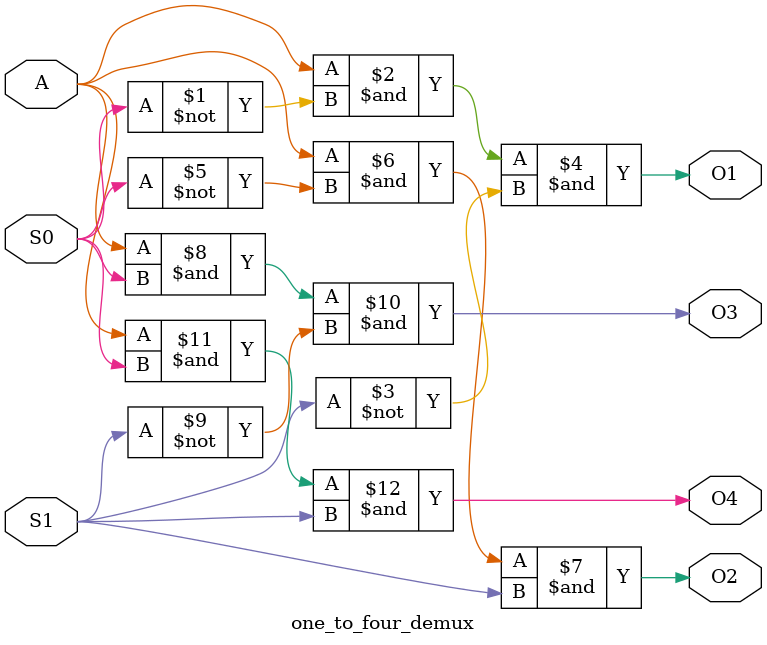
<source format=v>
module one_to_four_demux(
    input S0, S1, A,
    output O1, O2, O3, O4
    );
    
    assign O1 = A & ~S0 & ~S1;
    assign O2 = A & ~S0 & S1;
    assign O3 = A & S0 & ~S1;
    assign O4 = A & S0 & S1;
endmodule
</source>
